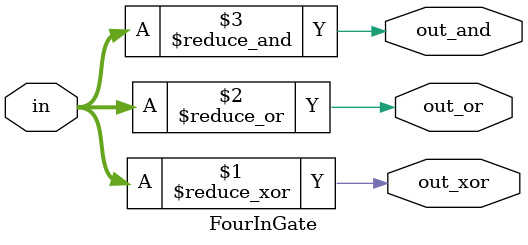
<source format=v>
module FourInGate (
    input [3:0] in,
    output out_and,
    output out_or,
    output out_xor
);
    // AND op, OR op, XOR op
    assign {out_and,out_or,out_xor} = {&in,|in,^in};

    // Beginner
    /*
    assign out_and = &in;
    assign out_or = |in;
    assign out_xor = ^in;
    */
endmodule
</source>
